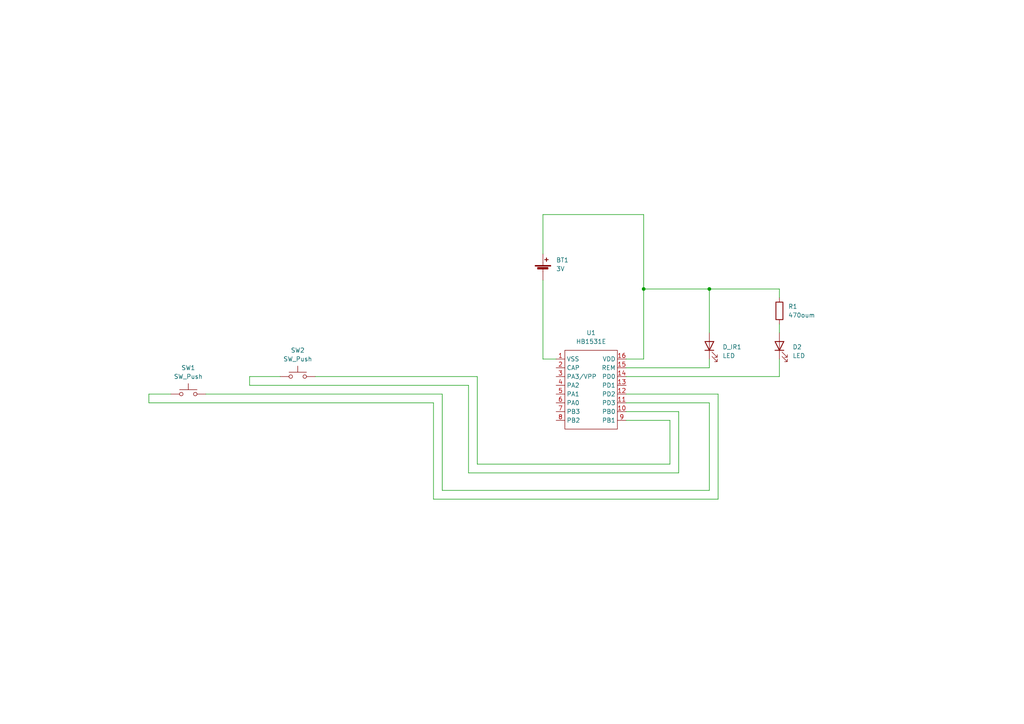
<source format=kicad_sch>
(kicad_sch (version 20211123) (generator eeschema)
  (paper "A4")
  (title_block (title "ktRMT_Thumb") (date "2025-01-12") (rev "0.2") (company "kt") (comment 1 "Infrared Learning Remote Controler") (comment 2 "Use HB1531") (comment 3 "Thumb type"))
  (lib_symbols
    (symbol "Device:Battery_Cell" (pin_numbers hide) (pin_names (offset 0) hide)
      (property "Reference" "BT" (at 2.54 2.54 0))
      (property "Value" "Battery_Cell" (at 2.54 0 0))
      (symbol "Battery_Cell_0_1"
        (rectangle (start -2.286 1.778) (end 2.286 1.524) (fill (type outline)))
        (rectangle (start -1.5748 1.1938) (end 1.4732 0.6858) (fill (type outline)))
        (polyline (pts (xy 0 0.762) (xy 0 0)))
        (polyline (pts (xy 0 1.778) (xy 0 2.54)))
        (polyline (pts (xy 0.508 3.429) (xy 1.524 3.429)) (stroke (width 0.254)))
        (polyline (pts (xy 1.016 3.937) (xy 1.016 2.921)) (stroke (width 0.254)))
      )
      (symbol "Battery_Cell_1_1"
        (pin passive line (at 0 5.08 270) (length 2.54) (name "+") (number "1"))
        (pin passive line (at 0 -2.54 90) (length 2.54) (name "-") (number "2"))
      )
    )
    (symbol "Device:LED" (pin_numbers hide) (pin_names (offset 1.016) hide)
      (property "Reference" "D" (at 0 2.54 0))
      (property "Value" "LED" (at 0 -2.54 0))
      (symbol "LED_0_1"
        (polyline (pts (xy -1.27 -1.27) (xy -1.27 1.27)) (stroke (width 0.254)))
        (polyline (pts (xy -1.27 0) (xy 1.27 0)))
        (polyline (pts (xy 1.27 -1.27) (xy 1.27 1.27) (xy -1.27 0) (xy 1.27 -1.27)) (stroke (width 0.254)))
        (polyline (pts (xy -3.048 -0.762) (xy -4.572 -2.286) (xy -3.81 -2.286) (xy -4.572 -2.286) (xy -4.572 -1.524)))
        (polyline (pts (xy -1.778 -0.762) (xy -3.302 -2.286) (xy -2.54 -2.286) (xy -3.302 -2.286) (xy -3.302 -1.524)))
      )
      (symbol "LED_1_1"
        (pin passive line (at -3.81 0 0) (length 2.54) (name "K") (number "1"))
        (pin passive line (at 3.81 0 180) (length 2.54) (name "A") (number "2"))
      )
    )
    (symbol "Device:R" (pin_numbers hide) (pin_names (offset 0))
      (property "Reference" "R" (at 2.032 0 90))
      (property "Value" "R" (at 0 0 90))
      (symbol "R_0_1"
        (rectangle (start -1.016 -2.54) (end 1.016 2.54) (stroke (width 0.254)))
      )
      (symbol "R_1_1"
        (pin passive line (at 0 3.81 270) (length 1.27) (name "~") (number "1"))
        (pin passive line (at 0 -3.81 90) (length 1.27) (name "~") (number "2"))
      )
    )
    (symbol "Switch:SW_Push" (pin_numbers hide) (pin_names (offset 1.016) hide)
      (property "Reference" "SW" (at 1.27 2.54 0))
      (property "Value" "SW_Push" (at 0 -1.524 0))
      (symbol "SW_Push_0_1"
        (circle (center -2.032 0) (radius 0.508))
        (polyline (pts (xy 0 1.27) (xy 0 3.048)))
        (polyline (pts (xy 2.54 1.27) (xy -2.54 1.27)))
        (circle (center 2.032 0) (radius 0.508))
        (pin passive line (at -5.08 0 0) (length 2.54) (name "1") (number "1"))
        (pin passive line (at 5.08 0 180) (length 2.54) (name "2") (number "2"))
      )
    )
    (symbol "ktRMT_Thumb:HB1531E"
      (property "Reference" "U" (at 0 12.7 0))
      (property "Value" "HB1531E" (at 0 -5.08 90))
      (symbol "HB1531E_0_1"
        (rectangle (start -7.62 10.16) (end 7.62 -12.7))
      )
      (symbol "HB1531E_1_1"
        (pin power_in line (at -10.16 7.62 0) (length 2.54) (name "VSS") (number "1"))
        (pin bidirectional line (at 10.16 -7.62 180) (length 2.54) (name "PB0") (number "10"))
        (pin bidirectional line (at 10.16 -5.08 180) (length 2.54) (name "PD3") (number "11"))
        (pin bidirectional line (at 10.16 -2.54 180) (length 2.54) (name "PD2") (number "12"))
        (pin bidirectional line (at 10.16 0 180) (length 2.54) (name "PD1") (number "13"))
        (pin bidirectional line (at 10.16 2.54 180) (length 2.54) (name "PD0") (number "14"))
        (pin bidirectional line (at 10.16 5.08 180) (length 2.54) (name "REM") (number "15"))
        (pin power_in line (at 10.16 7.62 180) (length 2.54) (name "VDD") (number "16"))
        (pin bidirectional line (at -10.16 5.08 0) (length 2.54) (name "CAP") (number "2"))
        (pin bidirectional line (at -10.16 2.54 0) (length 2.54) (name "PA3/VPP") (number "3"))
        (pin bidirectional line (at -10.16 0 0) (length 2.54) (name "PA2") (number "4"))
        (pin bidirectional line (at -10.16 -2.54 0) (length 2.54) (name "PA1") (number "5"))
        (pin bidirectional line (at -10.16 -5.08 0) (length 2.54) (name "PA0") (number "6"))
        (pin bidirectional line (at -10.16 -7.62 0) (length 2.54) (name "PB3") (number "7"))
        (pin bidirectional line (at -10.16 -10.16 0) (length 2.54) (name "PB2") (number "8"))
        (pin bidirectional line (at 10.16 -10.16 180) (length 2.54) (name "PB1") (number "9"))
      )
    )
  )
  (junction (at 205.74 83.82))
  (junction (at 186.69 83.82))
  (wire (pts (xy 208.28 114.3) (xy 208.28 144.78)))
  (wire (pts (xy 205.74 83.82) (xy 205.74 96.52)))
  (wire (pts (xy 157.48 62.23) (xy 157.48 73.66)))
  (wire (pts (xy 181.61 121.92) (xy 194.31 121.92)))
  (wire (pts (xy 205.74 104.14) (xy 205.74 106.68)))
  (wire (pts (xy 226.06 83.82) (xy 205.74 83.82)))
  (wire (pts (xy 138.43 134.62) (xy 138.43 109.22)))
  (wire (pts (xy 181.61 116.84) (xy 205.74 116.84)))
  (wire (pts (xy 72.39 111.76) (xy 72.39 109.22)))
  (wire (pts (xy 91.44 109.22) (xy 138.43 109.22)))
  (wire (pts (xy 181.61 114.3) (xy 208.28 114.3)))
  (wire (pts (xy 226.06 109.22) (xy 226.06 104.14)))
  (wire (pts (xy 205.74 83.82) (xy 186.69 83.82)))
  (wire (pts (xy 196.85 137.16) (xy 135.89 137.16)))
  (wire (pts (xy 135.89 111.76) (xy 135.89 137.16)))
  (wire (pts (xy 186.69 83.82) (xy 186.69 104.14)))
  (wire (pts (xy 128.27 114.3) (xy 59.69 114.3)))
  (wire (pts (xy 226.06 93.98) (xy 226.06 96.52)))
  (wire (pts (xy 125.73 116.84) (xy 125.73 144.78)))
  (wire (pts (xy 72.39 109.22) (xy 81.28 109.22)))
  (wire (pts (xy 128.27 114.3) (xy 128.27 142.24)))
  (wire (pts (xy 194.31 134.62) (xy 138.43 134.62)))
  (wire (pts (xy 208.28 144.78) (xy 125.73 144.78)))
  (wire (pts (xy 157.48 104.14) (xy 161.29 104.14)))
  (wire (pts (xy 196.85 119.38) (xy 196.85 137.16)))
  (wire (pts (xy 186.69 62.23) (xy 186.69 83.82)))
  (wire (pts (xy 181.61 119.38) (xy 196.85 119.38)))
  (wire (pts (xy 157.48 81.28) (xy 157.48 104.14)))
  (wire (pts (xy 43.18 116.84) (xy 43.18 114.3)))
  (wire (pts (xy 181.61 106.68) (xy 205.74 106.68)))
  (wire (pts (xy 194.31 121.92) (xy 194.31 134.62)))
  (wire (pts (xy 43.18 114.3) (xy 49.53 114.3)))
  (wire (pts (xy 181.61 109.22) (xy 226.06 109.22)))
  (wire (pts (xy 186.69 104.14) (xy 181.61 104.14)))
  (wire (pts (xy 205.74 116.84) (xy 205.74 142.24)))
  (wire (pts (xy 125.73 116.84) (xy 43.18 116.84)))
  (wire (pts (xy 226.06 86.36) (xy 226.06 83.82)))
  (wire (pts (xy 128.27 142.24) (xy 205.74 142.24)))
  (wire (pts (xy 157.48 62.23) (xy 186.69 62.23)))
  (wire (pts (xy 135.89 111.76) (xy 72.39 111.76)))
  (symbol (lib_id "Switch:SW_Push") (at 54.61 114.3 0) (unit 1)
    (property "Reference" "SW1" (at 54.61 106.68 0))
    (property "Value" "SW_Push" (at 54.61 109.22 0))
    (property "Footprint" "ktRMT_Thumb:MX_Socket" (effects hide))
  )
  (symbol (lib_id "Device:LED") (at 205.74 100.33 90) (unit 1)
    (property "Reference" "D_IR1" (at 209.55 100.6474 90) (effects (justify right)))
    (property "Value" "LED" (at 209.55 103.1874 90) (effects (justify right)))
    (property "Footprint" "LED_THT:LED_D5.0mm" (effects hide))
  )
  (symbol (lib_id "Device:Battery_Cell") (at 157.48 78.74 0) (unit 1)
    (property "Reference" "BT1" (at 161.29 75.4379 0) (effects (justify left)))
    (property "Value" "3V" (at 161.29 77.9779 0) (effects (justify left)))
    (property "Footprint" "ktRMT_Thumb:CR16xx_Holder" (effects hide))
  )
  (symbol (lib_id "Device:LED") (at 226.06 100.33 90) (unit 1)
    (property "Reference" "D2" (at 229.87 100.6474 90) (effects (justify right)))
    (property "Value" "LED" (at 229.87 103.1874 90) (effects (justify right)))
    (property "Footprint" "LED_SMD:LED_1206_3216Metric" (effects hide))
  )
  (symbol (lib_id "ktRMT_Thumb:HB1531E") (at 171.45 111.76 0) (unit 1)
    (property "Reference" "U1" (at 171.45 96.52 0))
    (property "Value" "HB1531E" (at 171.45 99.06 0))
    (property "Footprint" "Package_SO:SOP-16_3.9x9.9mm_P1.27mm" (effects hide))
  )
  (symbol (lib_id "Device:R") (at 226.06 90.17 0) (unit 1)
    (property "Reference" "R1" (at 228.6 88.8999 0) (effects (justify left)))
    (property "Value" "470oum" (at 228.6 91.4399 0) (effects (justify left)))
    (property "Footprint" "Resistor_SMD:R_1206_3216Metric" (effects hide))
  )
  (symbol (lib_id "Switch:SW_Push") (at 86.36 109.22 0) (unit 1)
    (property "Reference" "SW2" (at 86.36 101.6 0))
    (property "Value" "SW_Push" (at 86.36 104.14 0))
    (property "Footprint" "ktRMT_Thumb:MX_Socket" (effects hide))
  )
)
</source>
